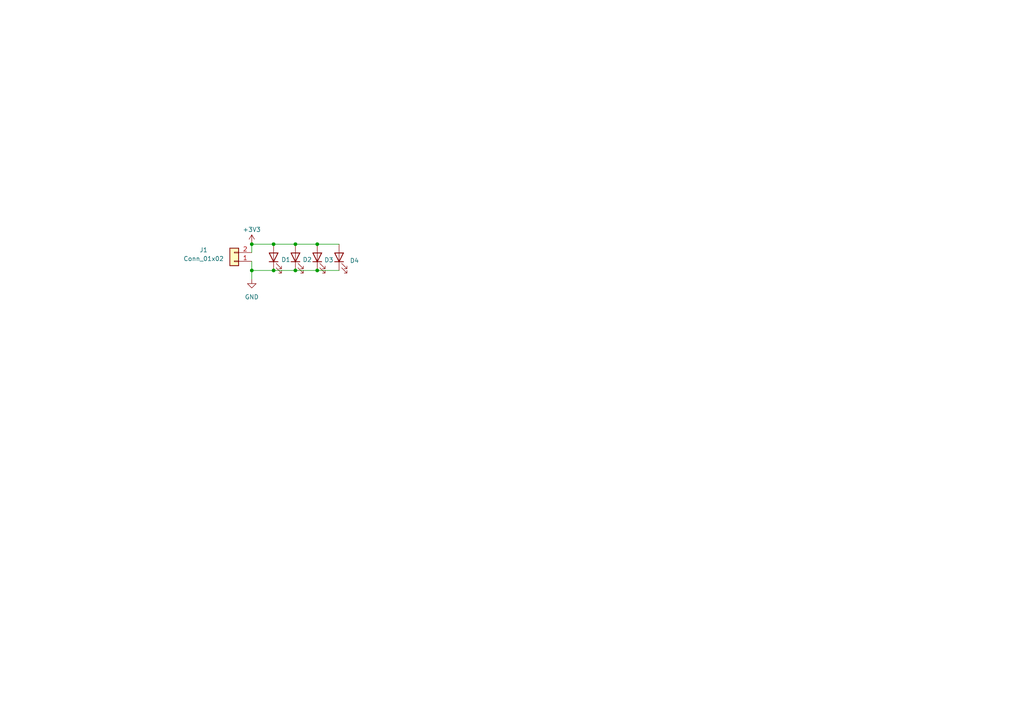
<source format=kicad_sch>
(kicad_sch (version 20230121) (generator eeschema)
  (paper "A4")
  (lib_symbols
    (symbol "Connector_Generic:Conn_01x02" (pin_names (offset 1.016) hide)
      (property "Reference" "J" (at 0 2.54 0))
      (property "Value" "Conn_01x02" (at 0 -5.08 0))
      (symbol "Conn_01x02_1_1"
        (rectangle (start -1.27 -2.413) (end 0 -2.667) (stroke (width 0.1524)))
        (rectangle (start -1.27 0.127) (end 0 -0.127) (stroke (width 0.1524)))
        (rectangle (start -1.27 1.27) (end 1.27 -3.81) (stroke (width 0.254)) (fill (type background)))
        (pin passive line (at -5.08 0 0) (length 3.81) (name "Pin_1") (number "1"))
        (pin passive line (at -5.08 -2.54 0) (length 3.81) (name "Pin_2") (number "2"))
      )
    )
    (symbol "Device:LED" (pin_numbers hide) (pin_names (offset 1.016) hide)
      (property "Reference" "D" (at 0 2.54 0))
      (property "Value" "LED" (at 0 -2.54 0))
      (symbol "LED_0_1"
        (polyline (pts (xy -1.27 -1.27) (xy -1.27 1.27)) (stroke (width 0.254)))
        (polyline (pts (xy -1.27 0) (xy 1.27 0)))
        (polyline (pts (xy 1.27 -1.27) (xy 1.27 1.27) (xy -1.27 0) (xy 1.27 -1.27)) (stroke (width 0.254)))
        (polyline (pts (xy -3.048 -0.762) (xy -4.572 -2.286) (xy -3.81 -2.286) (xy -4.572 -2.286) (xy -4.572 -1.524)))
        (polyline (pts (xy -1.778 -0.762) (xy -3.302 -2.286) (xy -2.54 -2.286) (xy -3.302 -2.286) (xy -3.302 -1.524)))
      )
      (symbol "LED_1_1"
        (pin passive line (at -3.81 0 0) (length 2.54) (name "K") (number "1"))
        (pin passive line (at 3.81 0 180) (length 2.54) (name "A") (number "2"))
      )
    )
    (symbol "power:+3V3" (power) (pin_names (offset 0))
      (property "Value" "+3V3" (at 0 3.556 0))
      (symbol "+3V3_0_1"
        (polyline (pts (xy -0.762 1.27) (xy 0 2.54)))
        (polyline (pts (xy 0 0) (xy 0 2.54)))
        (polyline (pts (xy 0 2.54) (xy 0.762 1.27)))
      )
      (symbol "+3V3_1_1"
        (pin power_in line (at 0 0 90) (length 0) hide (name "+3V3") (number "1"))
      )
    )
    (symbol "power:GND" (power) (pin_names (offset 0))
      (property "Value" "GND" (at 0 -3.81 0))
      (symbol "GND_0_1"
        (polyline (pts (xy 0 0) (xy 0 -1.27) (xy 1.27 -1.27) (xy 0 -2.54) (xy -1.27 -1.27) (xy 0 -1.27)))
      )
      (symbol "GND_1_1"
        (pin power_in line (at 0 0 270) (length 0) hide (name "GND") (number "1"))
      )
    )
  )
  (junction (at 92.0132 70.8246))
  (junction (at 79.3536 78.4446))
  (junction (at 85.6834 78.4446))
  (junction (at 79.3536 70.8246))
  (junction (at 73.0238 70.8246))
  (junction (at 73.0238 78.4446))
  (junction (at 92.0132 78.4446))
  (junction (at 85.6834 70.8246))
  (wire (pts (xy 79.3536 70.8246) (xy 85.6834 70.8246)))
  (wire (pts (xy 73.0238 70.8246) (xy 79.3536 70.8246)))
  (wire (pts (xy 79.3536 78.4446) (xy 73.0238 78.4446)))
  (wire (pts (xy 85.6834 70.8246) (xy 92.0132 70.8246)))
  (wire (pts (xy 92.0132 78.4446) (xy 85.6834 78.4446)))
  (wire (pts (xy 98.343 78.4446) (xy 92.0132 78.4446)))
  (wire (pts (xy 73.0238 70.6591) (xy 73.0238 70.8246)))
  (wire (pts (xy 73.0238 78.4446) (xy 73.0238 80.9846)))
  (wire (pts (xy 73.0238 75.7903) (xy 73.0238 78.4446)))
  (wire (pts (xy 92.0132 70.8246) (xy 98.343 70.8246)))
  (wire (pts (xy 85.6834 78.4446) (xy 79.3536 78.4446)))
  (wire (pts (xy 73.0238 70.8246) (xy 73.0238 73.2503)))
  (symbol (lib_id "Device:LED") (at 85.6834 74.6346 90) (unit 1)
    (property "Reference" "D2" (at 87.7633 75.31 90) (effects (justify right)))
    (property "Value" "LED" (effects hide))
    (property "Footprint" "2024l1:led2835" (effects hide))
    (property "LCSC" "C7423447" (effects hide))
  )
  (symbol (lib_id "Device:LED") (at 92.0132 74.6346 90) (unit 1)
    (property "Reference" "D3" (at 94.0319 75.3991 90) (effects (justify right)))
    (property "Value" "LED" (effects hide))
    (property "Footprint" "2024l1:led2835" (effects hide))
    (property "LCSC" "C7423447" (effects hide))
  )
  (symbol (lib_id "Device:LED") (at 98.343 74.6346 90) (unit 1)
    (property "Reference" "D4" (at 101.4545 75.5871 90) (effects (justify right)))
    (property "Value" "LED" (effects hide))
    (property "Footprint" "2024l1:led2835" (effects hide))
    (property "LCSC" "C7423447" (effects hide))
  )
  (symbol (lib_id "Device:LED") (at 79.3536 74.6346 90) (unit 1)
    (property "Reference" "D1" (at 81.5527 75.3171 90) (effects (justify right)))
    (property "Value" "LED" (effects hide))
    (property "Footprint" "2024l1:led2835" (effects hide))
    (property "LCSC" "C7423447" (effects hide))
  )
  (symbol (lib_id "Connector_Generic:Conn_01x02") (at 67.9438 75.7903 180) (unit 1)
    (property "Reference" "J1" (at 59.061 72.5017 0))
    (property "Value" "Conn_01x02" (at 59.061 75.0417 0))
    (property "Footprint" "Connector_PinHeader_2.54mm:PinHeader_1x02_P2.54mm_Horizontal" (effects hide))
  )
  (symbol (lib_id "power:GND") (at 73.0238 80.9846 0) (unit 1)
    (property "Reference" "#PWR02" (effects hide))
    (property "Value" "GND" (at 73.0238 86.139 0))
  )
  (symbol (lib_id "power:+3V3") (at 73.0238 70.6591 0) (unit 1)
    (property "Reference" "#PWR01" (effects hide))
    (property "Value" "+3V3" (at 73.0238 66.5863 0))
  )
)
</source>
